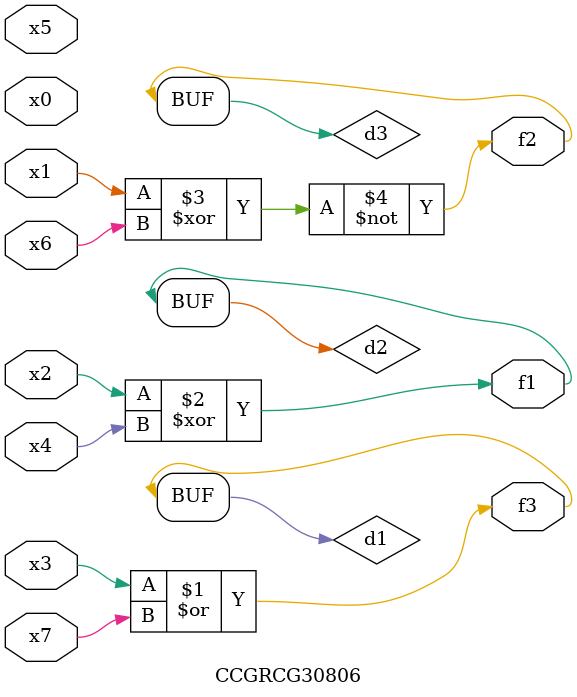
<source format=v>
module CCGRCG30806(
	input x0, x1, x2, x3, x4, x5, x6, x7,
	output f1, f2, f3
);

	wire d1, d2, d3;

	or (d1, x3, x7);
	xor (d2, x2, x4);
	xnor (d3, x1, x6);
	assign f1 = d2;
	assign f2 = d3;
	assign f3 = d1;
endmodule

</source>
